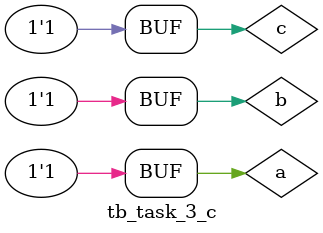
<source format=v>
module tb_task_3_c(); 
reg a,b, c; 
wire out;
function_f f1(out, a, b, c);
function_g g1(out,a,b, c); 
function_h h1(out,a,b, c); 
initial
begin
a = 1'b0;
b = 1'b0;
c = 1'b0;
#10;
a = 1'b0;
b = 1'b0;
c = 1'b1;
#10;
a = 1'b0;
b = 1'b1;
c = 1'b0;
#10;
a = 1'b0;
b = 1'b1;
c = 1'b1;
#10;
a = 1'b1;
b = 1'b0;
c = 1'b0;
#10;
a = 1'b1;
b = 1'b0;
c = 1'b1;
#10;
a = 1'b1;
b = 1'b1;
c = 1'b0;
#10;
a = 1'b1;
b = 1'b1;
c = 1'b1;
#10;
end
// set up the monitoring
initial
begin
$monitor("a=%b, b=%b, c=%b, out=%b, time=%t\n", a, b, c, out, $time);
end
endmodule

</source>
